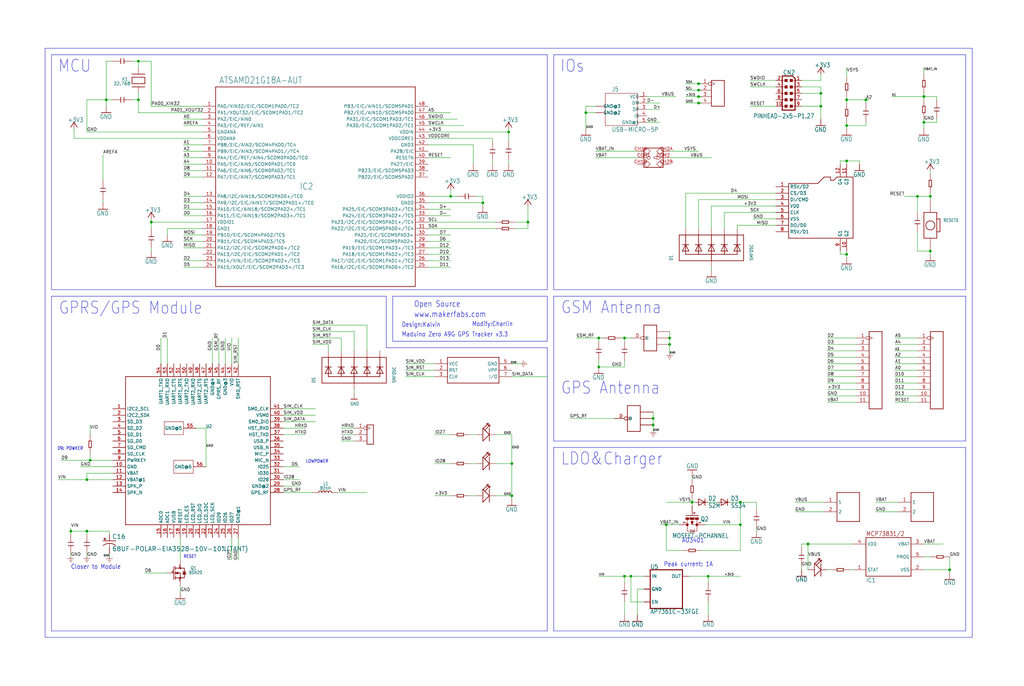
<source format=kicad_sch>
(kicad_sch (version 20230121) (generator eeschema)
  (paper "User" 404.012 270.662)
  (junction (at 34.29 209.55))
  (junction (at 200.66 52.07))
  (junction (at 177.8 77.47))
  (junction (at 374.65 224.79))
  (junction (at 323.85 41.91))
  (junction (at 323.85 36.83))
  (junction (at 264.16 135.89))
  (junction (at 236.22 144.78))
  (junction (at 257.683 167.64))
  (junction (at 246.38 133.35))
  (junction (at 364.49 48.26))
  (junction (at 275.59 33.02))
  (junction (at 292.1 198.12))
  (junction (at 35.56 181.61))
  (junction (at 190.5 80.01))
  (junction (at 246.38 227.33))
  (junction (at 334.01 100.33))
  (junction (at 41.91 39.37))
  (junction (at 201.93 182.88))
  (junction (at 248.92 227.33))
  (junction (at 334.01 49.53))
  (junction (at 275.59 35.56))
  (junction (at 231.14 44.45))
  (junction (at 257.683 165.1))
  (junction (at 201.93 195.58))
  (junction (at 34.29 189.23))
  (junction (at 364.49 38.1))
  (junction (at 275.59 38.1))
  (junction (at 59.69 87.63))
  (junction (at 334.01 63.5))
  (junction (at 318.77 214.63))
  (junction (at 367.03 99.06))
  (junction (at 292.1 207.01))
  (junction (at 54.61 24.13))
  (junction (at 361.95 77.47))
  (junction (at 279.4 227.33))
  (junction (at 236.22 133.35))
  (junction (at 208.28 87.63))
  (junction (at 264.16 133.35))
  (junction (at 54.61 39.37))
  (junction (at 367.03 77.47))
  (junction (at 27.94 209.55))
  (junction (at 273.05 198.12))
  (junction (at 334.01 39.37))
  (junction (at 262.89 207.01))
  (junction (at 275.59 40.64))
  (junction (at 341.63 39.37))
  (wire (pts (xy 80.01 69.85) (xy 72.39 69.85)) (stroke (width 0.1524)))
  (wire (pts (xy 139.7 130.81) (xy 123.19 130.81)) (stroke (width 0.1524)))
  (wire (pts (xy 334.01 39.37) (xy 341.63 39.37)) (stroke (width 0.1524)))
  (wire (pts (xy 29.21 54.61) (xy 29.21 50.8)) (stroke (width 0.1524)))
  (wire (pts (xy 185.42 182.88) (xy 187.96 182.88)) (stroke (width 0.1524)))
  (wire (pts (xy 298.45 200.66) (xy 298.45 198.12)) (stroke (width 0.1524)))
  (wire (pts (xy 334.01 64.77) (xy 334.01 63.5)) (stroke (width 0.1524)))
  (wire (pts (xy 236.22 133.35) (xy 227.33 133.35)) (stroke (width 0.1524)))
  (wire (pts (xy 236.22 144.78) (xy 246.38 144.78)) (stroke (width 0.1524)))
  (polyline (pts (xy 215.9 21.59) (xy 20.32 21.59)) (stroke (width 0.1524) (type solid)))
  (wire (pts (xy 276.86 40.64) (xy 275.59 40.64)) (stroke (width 0.1524)))
  (wire (pts (xy 334.01 50.8) (xy 334.01 49.53)) (stroke (width 0.1524)))
  (wire (pts (xy 139.7 138.43) (xy 139.7 130.81)) (stroke (width 0.1524)))
  (wire (pts (xy 80.01 46.99) (xy 72.39 46.99)) (stroke (width 0.1524)))
  (wire (pts (xy 274.32 198.12) (xy 273.05 198.12)) (stroke (width 0.1524)))
  (wire (pts (xy 139.7 153.67) (xy 139.7 154.94)) (stroke (width 0.1524)))
  (wire (pts (xy 80.01 87.63) (xy 59.69 87.63)) (stroke (width 0.1524)))
  (polyline (pts (xy 218.44 176.53) (xy 381 176.53)) (stroke (width 0.1524) (type solid)))
  (wire (pts (xy 316.23 34.29) (xy 323.85 34.29)) (stroke (width 0.1524)))
  (wire (pts (xy 43.18 219.71) (xy 43.18 218.44)) (stroke (width 0.1524)))
  (wire (pts (xy 80.01 97.79) (xy 72.39 97.79)) (stroke (width 0.1524)))
  (wire (pts (xy 279.4 242.57) (xy 279.4 237.49)) (stroke (width 0.1524)))
  (wire (pts (xy 337.82 133.35) (xy 326.39 133.35)) (stroke (width 0.1524)))
  (wire (pts (xy 364.49 214.63) (xy 372.11 214.63)) (stroke (width 0.1524)))
  (wire (pts (xy 77.47 168.91) (xy 81.28 168.91)) (stroke (width 0.1524)))
  (wire (pts (xy 195.58 171.45) (xy 201.93 171.45)) (stroke (width 0.1524)))
  (wire (pts (xy 242.443 165.1) (xy 224.79 165.1)) (stroke (width 0.1524)))
  (wire (pts (xy 316.23 214.63) (xy 318.77 214.63)) (stroke (width 0.1524)))
  (wire (pts (xy 34.29 52.07) (xy 34.29 39.37)) (stroke (width 0.1524)))
  (wire (pts (xy 367.03 99.06) (xy 367.03 100.33)) (stroke (width 0.1524)))
  (wire (pts (xy 208.28 87.63) (xy 208.28 81.28)) (stroke (width 0.1524)))
  (wire (pts (xy 361.95 83.82) (xy 361.95 77.47)) (stroke (width 0.1524)))
  (wire (pts (xy 257.683 167.64) (xy 257.683 165.1)) (stroke (width 0.1524)))
  (wire (pts (xy 361.95 146.05) (xy 353.06 146.05)) (stroke (width 0.1524)))
  (wire (pts (xy 325.12 198.12) (xy 313.69 198.12)) (stroke (width 0.1524)))
  (wire (pts (xy 334.01 30.48) (xy 334.01 26.67)) (stroke (width 0.1524)))
  (wire (pts (xy 367.03 78.74) (xy 367.03 77.47)) (stroke (width 0.1524)))
  (wire (pts (xy 201.93 195.58) (xy 201.93 196.85)) (stroke (width 0.1524)))
  (wire (pts (xy 295.91 41.91) (xy 306.07 41.91)) (stroke (width 0.1524)))
  (wire (pts (xy 171.45 148.59) (xy 160.02 148.59)) (stroke (width 0.1524)))
  (wire (pts (xy 316.23 215.9) (xy 316.23 214.63)) (stroke (width 0.1524)))
  (polyline (pts (xy 152.4 116.84) (xy 20.32 116.84)) (stroke (width 0.1524) (type solid)))
  (wire (pts (xy 44.45 24.13) (xy 41.91 24.13)) (stroke (width 0.1524)))
  (wire (pts (xy 203.2 90.17) (xy 208.28 90.17)) (stroke (width 0.1524)))
  (wire (pts (xy 335.28 224.79) (xy 336.55 224.79)) (stroke (width 0.1524)))
  (wire (pts (xy 208.28 90.17) (xy 208.28 87.63)) (stroke (width 0.1524)))
  (wire (pts (xy 80.01 92.71) (xy 72.39 92.71)) (stroke (width 0.1524)))
  (wire (pts (xy 195.58 195.58) (xy 201.93 195.58)) (stroke (width 0.1524)))
  (wire (pts (xy 71.12 212.09) (xy 71.12 220.98)) (stroke (width 0.1524)))
  (wire (pts (xy 80.01 52.07) (xy 34.29 52.07)) (stroke (width 0.1524)))
  (polyline (pts (xy 215.9 114.3) (xy 215.9 21.59)) (stroke (width 0.1524) (type solid)))
  (wire (pts (xy 275.59 78.74) (xy 275.59 90.17)) (stroke (width 0.1524)))
  (wire (pts (xy 168.91 80.01) (xy 190.5 80.01)) (stroke (width 0.1524)))
  (wire (pts (xy 81.28 168.91) (xy 81.28 184.15)) (stroke (width 0.1524)))
  (wire (pts (xy 374.65 224.79) (xy 374.65 226.06)) (stroke (width 0.1524)))
  (polyline (pts (xy 20.32 248.92) (xy 215.9 248.92)) (stroke (width 0.1524) (type solid)))
  (wire (pts (xy 80.01 59.69) (xy 72.39 59.69)) (stroke (width 0.1524)))
  (wire (pts (xy 190.5 77.47) (xy 190.5 80.01)) (stroke (width 0.1524)))
  (wire (pts (xy 331.47 99.06) (xy 331.47 100.33)) (stroke (width 0.1524)))
  (wire (pts (xy 248.92 237.49) (xy 248.92 227.33)) (stroke (width 0.1524)))
  (wire (pts (xy 177.8 182.88) (xy 171.45 182.88)) (stroke (width 0.1524)))
  (wire (pts (xy 80.01 95.25) (xy 72.39 95.25)) (stroke (width 0.1524)))
  (wire (pts (xy 361.95 148.59) (xy 353.06 148.59)) (stroke (width 0.1524)))
  (wire (pts (xy 323.85 41.91) (xy 323.85 46.99)) (stroke (width 0.1524)))
  (wire (pts (xy 278.13 207.01) (xy 292.1 207.01)) (stroke (width 0.1524)))
  (wire (pts (xy 168.91 57.15) (xy 186.69 57.15)) (stroke (width 0.1524)))
  (wire (pts (xy 279.4 227.33) (xy 292.1 227.33)) (stroke (width 0.1524)))
  (wire (pts (xy 27.94 210.82) (xy 27.94 209.55)) (stroke (width 0.1524)))
  (wire (pts (xy 134.62 138.43) (xy 134.62 133.35)) (stroke (width 0.1524)))
  (wire (pts (xy 273.05 196.85) (xy 273.05 198.12)) (stroke (width 0.1524)))
  (wire (pts (xy 168.91 52.07) (xy 200.66 52.07)) (stroke (width 0.1524)))
  (wire (pts (xy 129.54 138.43) (xy 129.54 135.89)) (stroke (width 0.1524)))
  (wire (pts (xy 185.42 195.58) (xy 187.96 195.58)) (stroke (width 0.1524)))
  (wire (pts (xy 295.91 34.29) (xy 306.07 34.29)) (stroke (width 0.1524)))
  (polyline (pts (xy 20.32 114.3) (xy 215.9 114.3)) (stroke (width 0.1524) (type solid)))
  (wire (pts (xy 254 237.49) (xy 248.92 237.49)) (stroke (width 0.1524)))
  (wire (pts (xy 279.4 198.12) (xy 283.21 198.12)) (stroke (width 0.1524)))
  (wire (pts (xy 80.01 82.55) (xy 72.39 82.55)) (stroke (width 0.1524)))
  (wire (pts (xy 168.91 77.47) (xy 177.8 77.47)) (stroke (width 0.1524)))
  (wire (pts (xy 171.45 146.05) (xy 160.02 146.05)) (stroke (width 0.1524)))
  (wire (pts (xy 367.03 77.47) (xy 361.95 77.47)) (stroke (width 0.1524)))
  (wire (pts (xy 323.85 41.91) (xy 323.85 36.83)) (stroke (width 0.1524)))
  (wire (pts (xy 236.22 227.33) (xy 246.38 227.33)) (stroke (width 0.1524)))
  (wire (pts (xy 285.75 90.17) (xy 285.75 83.82)) (stroke (width 0.1524)))
  (wire (pts (xy 334.01 38.1) (xy 334.01 39.37)) (stroke (width 0.1524)))
  (wire (pts (xy 111.76 161.29) (xy 124.46 161.29)) (stroke (width 0.1524)))
  (wire (pts (xy 280.67 105.41) (xy 280.67 106.68)) (stroke (width 0.1524)))
  (wire (pts (xy 91.44 212.09) (xy 91.44 220.98)) (stroke (width 0.1524)))
  (polyline (pts (xy 17.78 251.46) (xy 17.78 19.05)) (stroke (width 0.1524) (type solid)))
  (wire (pts (xy 257.683 165.1) (xy 257.683 162.56)) (stroke (width 0.1524)))
  (wire (pts (xy 180.34 77.47) (xy 177.8 77.47)) (stroke (width 0.1524)))
  (wire (pts (xy 71.12 231.14) (xy 71.12 233.68)) (stroke (width 0.1524)))
  (wire (pts (xy 316.23 41.91) (xy 323.85 41.91)) (stroke (width 0.1524)))
  (wire (pts (xy 93.98 143.51) (xy 93.98 133.35)) (stroke (width 0.1524)))
  (wire (pts (xy 306.07 31.75) (xy 295.91 31.75)) (stroke (width 0.1524)))
  (wire (pts (xy 276.86 35.56) (xy 275.59 35.56)) (stroke (width 0.1524)))
  (wire (pts (xy 251.46 62.23) (xy 234.95 62.23)) (stroke (width 0.1524)))
  (wire (pts (xy 66.04 143.51) (xy 66.04 133.35)) (stroke (width 0.1524)))
  (wire (pts (xy 251.46 59.69) (xy 234.95 59.69)) (stroke (width 0.1524)))
  (wire (pts (xy 246.38 229.87) (xy 246.38 227.33)) (stroke (width 0.1524)))
  (wire (pts (xy 168.91 105.41) (xy 177.8 105.41)) (stroke (width 0.1524)))
  (wire (pts (xy 144.78 138.43) (xy 144.78 128.27)) (stroke (width 0.1524)))
  (wire (pts (xy 201.93 148.59) (xy 215.9 148.59)) (stroke (width 0.1524)))
  (wire (pts (xy 168.91 62.23) (xy 177.8 62.23)) (stroke (width 0.1524)))
  (wire (pts (xy 275.59 38.1) (xy 270.51 38.1)) (stroke (width 0.1524)))
  (wire (pts (xy 91.44 143.51) (xy 91.44 133.35)) (stroke (width 0.1524)))
  (wire (pts (xy 364.49 48.26) (xy 364.49 50.8)) (stroke (width 0.1524)))
  (polyline (pts (xy 215.9 248.92) (xy 215.9 137.16)) (stroke (width 0.1524) (type solid)))
  (wire (pts (xy 276.86 33.02) (xy 275.59 33.02)) (stroke (width 0.1524)))
  (wire (pts (xy 337.82 143.51) (xy 326.39 143.51)) (stroke (width 0.1524)))
  (wire (pts (xy 361.95 77.47) (xy 356.87 77.47)) (stroke (width 0.1524)))
  (wire (pts (xy 139.7 173.99) (xy 134.62 173.99)) (stroke (width 0.1524)))
  (wire (pts (xy 80.01 102.87) (xy 72.39 102.87)) (stroke (width 0.1524)))
  (wire (pts (xy 177.8 171.45) (xy 171.45 171.45)) (stroke (width 0.1524)))
  (wire (pts (xy 237.49 133.35) (xy 236.22 133.35)) (stroke (width 0.1524)))
  (wire (pts (xy 341.63 40.64) (xy 341.63 39.37)) (stroke (width 0.1524)))
  (wire (pts (xy 337.82 146.05) (xy 326.39 146.05)) (stroke (width 0.1524)))
  (wire (pts (xy 337.82 156.21) (xy 326.39 156.21)) (stroke (width 0.1524)))
  (wire (pts (xy 41.91 39.37) (xy 41.91 41.91)) (stroke (width 0.1524)))
  (wire (pts (xy 298.45 208.28) (xy 298.45 209.55)) (stroke (width 0.1524)))
  (wire (pts (xy 66.04 90.17) (xy 66.04 92.71)) (stroke (width 0.1524)))
  (wire (pts (xy 361.95 151.13) (xy 353.06 151.13)) (stroke (width 0.1524)))
  (wire (pts (xy 369.57 46.99) (xy 369.57 48.26)) (stroke (width 0.1524)))
  (wire (pts (xy 337.82 140.97) (xy 326.39 140.97)) (stroke (width 0.1524)))
  (wire (pts (xy 54.61 26.67) (xy 54.61 24.13)) (stroke (width 0.1524)))
  (wire (pts (xy 306.07 86.36) (xy 297.18 86.36)) (stroke (width 0.1524)))
  (wire (pts (xy 267.97 207.01) (xy 262.89 207.01)) (stroke (width 0.1524)))
  (wire (pts (xy 264.16 62.23) (xy 280.67 62.23)) (stroke (width 0.1524)))
  (wire (pts (xy 364.49 38.1) (xy 364.49 39.37)) (stroke (width 0.1524)))
  (wire (pts (xy 44.45 181.61) (xy 35.56 181.61)) (stroke (width 0.1524)))
  (polyline (pts (xy 17.78 19.05) (xy 383.54 19.05)) (stroke (width 0.1524) (type solid)))
  (wire (pts (xy 168.91 102.87) (xy 177.8 102.87)) (stroke (width 0.1524)))
  (wire (pts (xy 292.1 207.01) (xy 292.1 198.12)) (stroke (width 0.1524)))
  (wire (pts (xy 111.76 171.45) (xy 120.65 171.45)) (stroke (width 0.1524)))
  (wire (pts (xy 34.29 39.37) (xy 41.91 39.37)) (stroke (width 0.1524)))
  (wire (pts (xy 168.91 44.45) (xy 177.8 44.45)) (stroke (width 0.1524)))
  (wire (pts (xy 83.82 143.51) (xy 83.82 133.35)) (stroke (width 0.1524)))
  (wire (pts (xy 203.2 87.63) (xy 208.28 87.63)) (stroke (width 0.1524)))
  (wire (pts (xy 341.63 49.53) (xy 334.01 49.53)) (stroke (width 0.1524)))
  (wire (pts (xy 374.65 219.71) (xy 374.65 224.79)) (stroke (width 0.1524)))
  (wire (pts (xy 236.22 142.24) (xy 236.22 144.78)) (stroke (width 0.1524)))
  (wire (pts (xy 118.11 184.15) (xy 111.76 184.15)) (stroke (width 0.1524)))
  (wire (pts (xy 361.95 99.06) (xy 367.03 99.06)) (stroke (width 0.1524)))
  (wire (pts (xy 34.29 186.69) (xy 34.29 189.23)) (stroke (width 0.1524)))
  (wire (pts (xy 264.16 59.69) (xy 275.59 59.69)) (stroke (width 0.1524)))
  (wire (pts (xy 80.01 44.45) (xy 54.61 44.45)) (stroke (width 0.1524)))
  (wire (pts (xy 246.38 133.35) (xy 245.11 133.35)) (stroke (width 0.1524)))
  (polyline (pts (xy 152.4 137.16) (xy 215.9 137.16)) (stroke (width 0.1524) (type solid)))
  (wire (pts (xy 168.91 85.09) (xy 177.8 85.09)) (stroke (width 0.1524)))
  (wire (pts (xy 339.09 63.5) (xy 339.09 64.77)) (stroke (width 0.1524)))
  (polyline (pts (xy 154.94 134.62) (xy 215.9 134.62)) (stroke (width 0.1524) (type solid)))
  (wire (pts (xy 195.58 182.88) (xy 201.93 182.88)) (stroke (width 0.1524)))
  (wire (pts (xy 361.95 138.43) (xy 353.06 138.43)) (stroke (width 0.1524)))
  (wire (pts (xy 361.95 140.97) (xy 353.06 140.97)) (stroke (width 0.1524)))
  (wire (pts (xy 86.36 143.51) (xy 86.36 133.35)) (stroke (width 0.1524)))
  (wire (pts (xy 334.01 49.53) (xy 334.01 48.26)) (stroke (width 0.1524)))
  (wire (pts (xy 93.98 212.09) (xy 93.98 220.98)) (stroke (width 0.1524)))
  (wire (pts (xy 168.91 90.17) (xy 195.58 90.17)) (stroke (width 0.1524)))
  (wire (pts (xy 374.65 224.79) (xy 364.49 224.79)) (stroke (width 0.1524)))
  (wire (pts (xy 331.47 63.5) (xy 334.01 63.5)) (stroke (width 0.1524)))
  (polyline (pts (xy 20.32 116.84) (xy 20.32 248.92)) (stroke (width 0.1524) (type solid)))
  (wire (pts (xy 59.69 41.91) (xy 59.69 24.13)) (stroke (width 0.1524)))
  (wire (pts (xy 264.16 135.89) (xy 264.16 133.35)) (stroke (width 0.1524)))
  (wire (pts (xy 80.01 57.15) (xy 72.39 57.15)) (stroke (width 0.1524)))
  (polyline (pts (xy 218.44 21.59) (xy 381 21.59)) (stroke (width 0.1524) (type solid)))
  (wire (pts (xy 276.86 217.17) (xy 292.1 217.17)) (stroke (width 0.1524)))
  (wire (pts (xy 171.45 143.51) (xy 160.02 143.51)) (stroke (width 0.1524)))
  (wire (pts (xy 80.01 64.77) (xy 72.39 64.77)) (stroke (width 0.1524)))
  (wire (pts (xy 129.54 135.89) (xy 123.19 135.89)) (stroke (width 0.1524)))
  (wire (pts (xy 367.03 68.58) (xy 367.03 67.31)) (stroke (width 0.1524)))
  (wire (pts (xy 52.07 39.37) (xy 54.61 39.37)) (stroke (width 0.1524)))
  (wire (pts (xy 246.38 134.62) (xy 246.38 133.35)) (stroke (width 0.1524)))
  (wire (pts (xy 262.89 217.17) (xy 262.89 207.01)) (stroke (width 0.1524)))
  (wire (pts (xy 279.4 229.87) (xy 279.4 227.33)) (stroke (width 0.1524)))
  (wire (pts (xy 323.85 34.29) (xy 323.85 36.83)) (stroke (width 0.1524)))
  (wire (pts (xy 234.95 44.45) (xy 231.14 44.45)) (stroke (width 0.1524)))
  (wire (pts (xy 185.42 171.45) (xy 187.96 171.45)) (stroke (width 0.1524)))
  (wire (pts (xy 334.01 99.06) (xy 334.01 100.33)) (stroke (width 0.1524)))
  (wire (pts (xy 200.66 52.07) (xy 200.66 50.8)) (stroke (width 0.1524)))
  (wire (pts (xy 326.39 224.79) (xy 327.66 224.79)) (stroke (width 0.1524)))
  (wire (pts (xy 269.24 217.17) (xy 262.89 217.17)) (stroke (width 0.1524)))
  (wire (pts (xy 234.95 41.91) (xy 231.14 41.91)) (stroke (width 0.1524)))
  (wire (pts (xy 255.27 43.18) (xy 260.35 43.18)) (stroke (width 0.1524)))
  (wire (pts (xy 248.92 227.33) (xy 254 227.33)) (stroke (width 0.1524)))
  (wire (pts (xy 194.31 54.61) (xy 194.31 55.88)) (stroke (width 0.1524)))
  (wire (pts (xy 280.67 90.17) (xy 280.67 81.28)) (stroke (width 0.1524)))
  (wire (pts (xy 306.07 78.74) (xy 275.59 78.74)) (stroke (width 0.1524)))
  (polyline (pts (xy 152.4 116.84) (xy 152.4 137.16)) (stroke (width 0.1524) (type solid)))
  (wire (pts (xy 195.58 87.63) (xy 168.91 87.63)) (stroke (width 0.1524)))
  (wire (pts (xy 41.91 39.37) (xy 44.45 39.37)) (stroke (width 0.1524)))
  (polyline (pts (xy 383.54 251.46) (xy 17.78 251.46)) (stroke (width 0.1524) (type solid)))
  (wire (pts (xy 194.31 63.5) (xy 194.31 64.77)) (stroke (width 0.1524)))
  (wire (pts (xy 168.91 97.79) (xy 177.8 97.79)) (stroke (width 0.1524)))
  (polyline (pts (xy 218.44 114.3) (xy 381 114.3)) (stroke (width 0.1524) (type solid)))
  (wire (pts (xy 80.01 41.91) (xy 59.69 41.91)) (stroke (width 0.1524)))
  (wire (pts (xy 205.74 143.51) (xy 201.93 143.51)) (stroke (width 0.1524)))
  (wire (pts (xy 35.56 181.61) (xy 35.56 179.07)) (stroke (width 0.1524)))
  (wire (pts (xy 186.69 57.15) (xy 186.69 64.77)) (stroke (width 0.1524)))
  (wire (pts (xy 133.35 194.31) (xy 144.78 194.31)) (stroke (width 0.1524)))
  (wire (pts (xy 111.76 166.37) (xy 124.46 166.37)) (stroke (width 0.1524)))
  (wire (pts (xy 139.7 171.45) (xy 134.62 171.45)) (stroke (width 0.1524)))
  (polyline (pts (xy 215.9 134.62) (xy 215.9 116.84)) (stroke (width 0.1524) (type solid)))
  (wire (pts (xy 168.91 82.55) (xy 177.8 82.55)) (stroke (width 0.1524)))
  (wire (pts (xy 306.07 88.9) (xy 290.83 88.9)) (stroke (width 0.1524)))
  (wire (pts (xy 361.95 135.89) (xy 353.06 135.89)) (stroke (width 0.1524)))
  (polyline (pts (xy 381 248.92) (xy 381 176.53)) (stroke (width 0.1524) (type solid)))
  (wire (pts (xy 111.76 168.91) (xy 120.65 168.91)) (stroke (width 0.1524)))
  (wire (pts (xy 361.95 156.21) (xy 353.06 156.21)) (stroke (width 0.1524)))
  (wire (pts (xy 144.78 128.27) (xy 123.19 128.27)) (stroke (width 0.1524)))
  (polyline (pts (xy 381 173.99) (xy 381 116.84)) (stroke (width 0.1524) (type solid)))
  (wire (pts (xy 168.91 46.99) (xy 180.34 46.99)) (stroke (width 0.1524)))
  (wire (pts (xy 59.69 97.79) (xy 59.69 99.06)) (stroke (width 0.1524)))
  (wire (pts (xy 316.23 31.75) (xy 323.85 31.75)) (stroke (width 0.1524)))
  (wire (pts (xy 271.78 227.33) (xy 279.4 227.33)) (stroke (width 0.1524)))
  (wire (pts (xy 80.01 49.53) (xy 72.39 49.53)) (stroke (width 0.1524)))
  (wire (pts (xy 334.01 63.5) (xy 339.09 63.5)) (stroke (width 0.1524)))
  (wire (pts (xy 276.86 38.1) (xy 275.59 38.1)) (stroke (width 0.1524)))
  (wire (pts (xy 273.05 187.96) (xy 273.05 189.23)) (stroke (width 0.1524)))
  (wire (pts (xy 331.47 100.33) (xy 334.01 100.33)) (stroke (width 0.1524)))
  (wire (pts (xy 190.5 80.01) (xy 190.5 81.28)) (stroke (width 0.1524)))
  (wire (pts (xy 80.01 80.01) (xy 72.39 80.01)) (stroke (width 0.1524)))
  (wire (pts (xy 187.96 77.47) (xy 190.5 77.47)) (stroke (width 0.1524)))
  (wire (pts (xy 364.49 46.99) (xy 364.49 48.26)) (stroke (width 0.1524)))
  (wire (pts (xy 35.56 171.45) (xy 35.56 167.64)) (stroke (width 0.1524)))
  (wire (pts (xy 251.46 232.41) (xy 251.46 242.57)) (stroke (width 0.1524)))
  (wire (pts (xy 41.91 24.13) (xy 41.91 39.37)) (stroke (width 0.1524)))
  (wire (pts (xy 337.82 151.13) (xy 326.39 151.13)) (stroke (width 0.1524)))
  (polyline (pts (xy 218.44 116.84) (xy 381 116.84)) (stroke (width 0.1524) (type solid)))
  (wire (pts (xy 264.16 133.35) (xy 264.16 130.81)) (stroke (width 0.1524)))
  (wire (pts (xy 59.69 87.63) (xy 59.69 86.36)) (stroke (width 0.1524)))
  (wire (pts (xy 111.76 189.23) (xy 118.11 189.23)) (stroke (width 0.1524)))
  (wire (pts (xy 111.76 163.83) (xy 124.46 163.83)) (stroke (width 0.1524)))
  (wire (pts (xy 275.59 33.02) (xy 270.51 33.02)) (stroke (width 0.1524)))
  (wire (pts (xy 361.95 158.75) (xy 353.06 158.75)) (stroke (width 0.1524)))
  (wire (pts (xy 361.95 133.35) (xy 353.06 133.35)) (stroke (width 0.1524)))
  (wire (pts (xy 168.91 95.25) (xy 177.8 95.25)) (stroke (width 0.1524)))
  (polyline (pts (xy 381 21.59) (xy 381 114.3)) (stroke (width 0.1524) (type solid)))
  (wire (pts (xy 43.18 210.82) (xy 43.18 209.55)) (stroke (width 0.1524)))
  (wire (pts (xy 34.29 209.55) (xy 27.94 209.55)) (stroke (width 0.1524)))
  (wire (pts (xy 168.91 54.61) (xy 194.31 54.61)) (stroke (width 0.1524)))
  (wire (pts (xy 285.75 83.82) (xy 306.07 83.82)) (stroke (width 0.1524)))
  (wire (pts (xy 54.61 39.37) (xy 54.61 36.83)) (stroke (width 0.1524)))
  (wire (pts (xy 200.66 52.07) (xy 200.66 55.626)) (stroke (width 0.1524)))
  (wire (pts (xy 364.49 38.1) (xy 351.79 38.1)) (stroke (width 0.1524)))
  (wire (pts (xy 334.01 100.33) (xy 334.01 101.6)) (stroke (width 0.1524)))
  (wire (pts (xy 111.76 191.77) (xy 118.11 191.77)) (stroke (width 0.1524)))
  (wire (pts (xy 270.51 90.17) (xy 270.51 76.2)) (stroke (width 0.1524)))
  (wire (pts (xy 273.05 198.12) (xy 262.89 198.12)) (stroke (width 0.1524)))
  (wire (pts (xy 364.49 36.83) (xy 364.49 38.1)) (stroke (width 0.1524)))
  (wire (pts (xy 43.18 209.55) (xy 34.29 209.55)) (stroke (width 0.1524)))
  (wire (pts (xy 334.01 40.64) (xy 334.01 39.37)) (stroke (width 0.1524)))
  (wire (pts (xy 54.61 24.13) (xy 52.07 24.13)) (stroke (width 0.1524)))
  (wire (pts (xy 44.45 184.15) (xy 31.75 184.15)) (stroke (width 0.1524)))
  (wire (pts (xy 27.94 209.55) (xy 27.94 208.28)) (stroke (width 0.1524)))
  (wire (pts (xy 177.8 77.47) (xy 177.8 74.93)) (stroke (width 0.1524)))
  (wire (pts (xy 248.92 133.35) (xy 246.38 133.35)) (stroke (width 0.1524)))
  (wire (pts (xy 364.49 26.67) (xy 364.49 29.21)) (stroke (width 0.1524)))
  (wire (pts (xy 292.1 198.12) (xy 288.29 198.12)) (stroke (width 0.1524)))
  (wire (pts (xy 337.82 135.89) (xy 326.39 135.89)) (stroke (width 0.1524)))
  (wire (pts (xy 40.64 78.74) (xy 40.64 80.01)) (stroke (width 0.1524)))
  (wire (pts (xy 361.95 91.44) (xy 361.95 99.06)) (stroke (width 0.1524)))
  (wire (pts (xy 54.61 44.45) (xy 54.61 39.37)) (stroke (width 0.1524)))
  (wire (pts (xy 337.82 153.67) (xy 326.39 153.67)) (stroke (width 0.1524)))
  (wire (pts (xy 200.66 63.246) (xy 200.66 64.77)) (stroke (width 0.1524)))
  (wire (pts (xy 111.76 194.31) (xy 123.19 194.31)) (stroke (width 0.1524)))
  (wire (pts (xy 80.01 54.61) (xy 29.21 54.61)) (stroke (width 0.1524)))
  (wire (pts (xy 290.83 90.17) (xy 290.83 88.9)) (stroke (width 0.1524)))
  (wire (pts (xy 280.67 81.28) (xy 306.07 81.28)) (stroke (width 0.1524)))
  (wire (pts (xy 177.8 195.58) (xy 171.45 195.58)) (stroke (width 0.1524)))
  (wire (pts (xy 134.62 133.35) (xy 123.19 133.35)) (stroke (width 0.1524)))
  (wire (pts (xy 331.47 64.77) (xy 331.47 63.5)) (stroke (width 0.1524)))
  (wire (pts (xy 254 232.41) (xy 251.46 232.41)) (stroke (width 0.1524)))
  (polyline (pts (xy 218.44 21.59) (xy 218.44 114.3)) (stroke (width 0.1524) (type solid)))
  (wire (pts (xy 354.33 198.12) (xy 345.44 198.12)) (stroke (width 0.1524)))
  (wire (pts (xy 273.05 199.39) (xy 273.05 198.12)) (stroke (width 0.1524)))
  (wire (pts (xy 337.82 148.59) (xy 326.39 148.59)) (stroke (width 0.1524)))
  (wire (pts (xy 341.63 39.37) (xy 342.9 39.37)) (stroke (width 0.1524)))
  (wire (pts (xy 361.95 143.51) (xy 353.06 143.51)) (stroke (width 0.1524)))
  (wire (pts (xy 35.56 181.61) (xy 24.13 181.61)) (stroke (width 0.1524)))
  (polyline (pts (xy 218.44 173.99) (xy 381 173.99)) (stroke (width 0.1524) (type solid)))
  (wire (pts (xy 361.95 153.67) (xy 353.06 153.67)) (stroke (width 0.1524)))
  (wire (pts (xy 298.45 198.12) (xy 292.1 198.12)) (stroke (width 0.1524)))
  (wire (pts (xy 34.29 210.82) (xy 34.29 209.55)) (stroke (width 0.1524)))
  (wire (pts (xy 255.27 38.1) (xy 266.7 38.1)) (stroke (width 0.1524)))
  (wire (pts (xy 168.91 100.33) (xy 177.8 100.33)) (stroke (width 0.1524)))
  (wire (pts (xy 257.683 170.18) (xy 257.683 167.64)) (stroke (width 0.1524)))
  (wire (pts (xy 34.29 189.23) (xy 22.86 189.23)) (stroke (width 0.1524)))
  (wire (pts (xy 367.03 77.47) (xy 367.03 76.2)) (stroke (width 0.1524)))
  (polyline (pts (xy 218.44 116.84) (xy 218.44 173.99)) (stroke (width 0.1524) (type solid)))
  (wire (pts (xy 275.59 40.64) (xy 270.51 40.64)) (stroke (width 0.1524)))
  (polyline (pts (xy 218.44 176.53) (xy 218.44 248.92)) (stroke (width 0.1524) (type solid)))
  (wire (pts (xy 275.59 35.56) (xy 270.51 35.56)) (stroke (width 0.1524)))
  (wire (pts (xy 80.01 62.23) (xy 72.39 62.23)) (stroke (width 0.1524)))
  (wire (pts (xy 201.93 182.88) (xy 201.93 195.58)) (stroke (width 0.1524)))
  (wire (pts (xy 316.23 223.52) (xy 316.23 224.79)) (stroke (width 0.1524)))
  (wire (pts (xy 88.9 143.51) (xy 88.9 133.35)) (stroke (width 0.1524)))
  (polyline (pts (xy 215.9 116.84) (xy 154.94 116.84)) (stroke (width 0.1524) (type solid)))
  (wire (pts (xy 264.16 139.7) (xy 264.16 135.89)) (stroke (width 0.1524)))
  (wire (pts (xy 246.38 227.33) (xy 248.92 227.33)) (stroke (width 0.1524)))
  (wire (pts (xy 27.94 218.44) (xy 27.94 219.71)) (stroke (width 0.1524)))
  (wire (pts (xy 80.01 67.31) (xy 72.39 67.31)) (stroke (width 0.1524)))
  (wire (pts (xy 292.1 217.17) (xy 292.1 207.01)) (stroke (width 0.1524)))
  (wire (pts (xy 80.01 85.09) (xy 72.39 85.09)) (stroke (width 0.1524)))
  (wire (pts (xy 323.85 36.83) (xy 316.23 36.83)) (stroke (width 0.1524)))
  (wire (pts (xy 337.82 138.43) (xy 326.39 138.43)) (stroke (width 0.1524)))
  (wire (pts (xy 63.5 143.51) (xy 63.5 133.35)) (stroke (width 0.1524)))
  (wire (pts (xy 236.22 134.62) (xy 236.22 133.35)) (stroke (width 0.1524)))
  (wire (pts (xy 323.85 31.75) (xy 323.85 29.21)) (stroke (width 0.1524)))
  (wire (pts (xy 318.77 214.63) (xy 336.55 214.63)) (stroke (width 0.1524)))
  (wire (pts (xy 255.27 40.64) (xy 260.35 40.64)) (stroke (width 0.1524)))
  (wire (pts (xy 354.33 201.93) (xy 345.44 201.93)) (stroke (width 0.1524)))
  (wire (pts (xy 270.51 76.2) (xy 306.07 76.2)) (stroke (width 0.1524)))
  (polyline (pts (xy 154.94 116.84) (xy 154.94 134.62)) (stroke (width 0.1524) (type solid)))
  (wire (pts (xy 80.01 105.41) (xy 72.39 105.41)) (stroke (width 0.1524)))
  (wire (pts (xy 168.91 49.53) (xy 182.88 49.53)) (stroke (width 0.1524)))
  (wire (pts (xy 44.45 189.23) (xy 34.29 189.23)) (stroke (width 0.1524)))
  (polyline (pts (xy 383.54 19.05) (xy 383.54 251.46)) (stroke (width 0.1524) (type solid)))
  (wire (pts (xy 364.49 219.71) (xy 367.03 219.71)) (stroke (width 0.1524)))
  (wire (pts (xy 341.63 48.26) (xy 341.63 49.53)) (stroke (width 0.1524)))
  (wire (pts (xy 337.82 158.75) (xy 326.39 158.75)) (stroke (width 0.1524)))
  (wire (pts (xy 246.38 144.78) (xy 246.38 142.24)) (stroke (width 0.1524)))
  (wire (pts (xy 318.77 224.79) (xy 318.77 214.63)) (stroke (width 0.1524)))
  (wire (pts (xy 34.29 218.44) (xy 34.29 219.71)) (stroke (width 0.1524)))
  (wire (pts (xy 201.93 171.45) (xy 201.93 182.88)) (stroke (width 0.1524)))
  (wire (pts (xy 66.04 226.06) (xy 57.15 226.06)) (stroke (width 0.1524)))
  (wire (pts (xy 59.69 24.13) (xy 54.61 24.13)) (stroke (width 0.1524)))
  (wire (pts (xy 325.12 201.93) (xy 313.69 201.93)) (stroke (width 0.1524)))
  (wire (pts (xy 369.57 48.26) (xy 364.49 48.26)) (stroke (width 0.1524)))
  (wire (pts (xy 168.91 92.71) (xy 177.8 92.71)) (stroke (width 0.1524)))
  (wire (pts (xy 80.01 90.17) (xy 66.04 90.17)) (stroke (width 0.1524)))
  (wire (pts (xy 369.57 38.1) (xy 369.57 39.37)) (stroke (width 0.1524)))
  (wire (pts (xy 260.35 48.26) (xy 255.27 48.26)) (stroke (width 0.1524)))
  (wire (pts (xy 139.7 168.91) (xy 134.62 168.91)) (stroke (width 0.1524)))
  (wire (pts (xy 44.45 186.69) (xy 34.29 186.69)) (stroke (width 0.1524)))
  (wire (pts (xy 40.64 60.96) (xy 40.64 71.12)) (stroke (width 0.1524)))
  (wire (pts (xy 231.14 41.91) (xy 231.14 44.45)) (stroke (width 0.1524)))
  (polyline (pts (xy 381 248.92) (xy 218.44 248.92)) (stroke (width 0.1524) (type solid)))
  (polyline (pts (xy 20.32 21.59) (xy 20.32 114.3)) (stroke (width 0.1524) (type solid)))
  (wire (pts (xy 364.49 38.1) (xy 369.57 38.1)) (stroke (width 0.1524)))
  (wire (pts (xy 246.38 242.57) (xy 246.38 237.49)) (stroke (width 0.1524)))
  (wire (pts (xy 80.01 77.47) (xy 72.39 77.47)) (stroke (width 0.1524)))
  (wire (pts (xy 231.14 44.45) (xy 231.14 50.8)) (stroke (width 0.1524)))
  (wire (pts (xy 262.89 207.01) (xy 260.35 207.01)) (stroke (width 0.1524)))
  (wire (pts (xy 59.69 90.17) (xy 59.69 87.63)) (stroke (width 0.1524)))
  (text "Closer to Module" (at 27.94 224.79 0) (effects (font (size 1.778 1.5113)) (justify left bottom)))
  (text "GPRS/GPS Module" (at 23.124 124.397 0) (effects (font (size 4.7752 4.0589)) (justify left bottom)))
  (text "LDO&Charger" (at 221.234 183.896 0) (effects (font (size 4.7752 4.0589)) (justify left bottom)))
  (text "IOs" (at 220.98 28.956 0) (effects (font (size 4.7752 4.0589)) (justify left bottom)))
  (text "Open Source" (at 163.322 121.412 0) (effects (font (size 2.2352 1.8999)) (justify left bottom)))
  (text "Peak current: 1A" (at 261.874 223.774 0) (effects (font (size 1.778 1.5113)) (justify left bottom)))
  (text "D9: POWKER" (at 22.606 177.8 0) (effects (font (size 1.27 1.0795)) (justify left bottom)))
  (text "www.makerfabs.com" (at 163.322 125.476 0) (effects (font (size 2.2352 1.8999)) (justify left bottom)))
  (text "AO3401" (at 268.986 214.376 0) (effects (font (size 1.778 1.5113)) (justify left bottom)))
  (text "GSM Antenna" (at 221.234 124.206 0) (effects (font (size 4.7752 4.0589)) (justify left bottom)))
  (text "GPS Antenna" (at 221.234 155.956 0) (effects (font (size 4.7752 4.0589)) (justify left bottom)))
  (text "Design:Kalvin" (at 158.496 129.286 0) (effects (font (size 1.778 1.5113)) (justify left bottom)))
  (text "RESET" (at 72.39 220.472 0) (effects (font (size 1.27 1.0795)) (justify left bottom)))
  (text "LOWPOWER" (at 120.65 182.88 0) (effects (font (size 1.27 1.0795)) (justify left bottom)))
  (text "Maduino Zero A9G GPS Tracker v3.3" (at 158.496 133.096 0) (effects (font (size 1.778 1.5113)) (justify left bottom)))
  (text "Modify:Charlin" (at 186.182 129.032 0) (effects (font (size 1.778 1.5113)) (justify left bottom)))
  (text "MCU" (at 22.86 28.956 0) (effects (font (size 4.7752 4.0589)) (justify left bottom)))
  (label "GND" (at 374.65 219.71 0) (effects (font (size 1.2446 1.2446))))
  (label "VBUS" (at 318.77 219.71 0) (effects (font (size 1.2446 1.2446))))
  (label "D1" (at 66.04 133.35 90) (effects (font (size 1.2446 1.2446))))
  (label "IO28" (at 171.45 182.88 0) (effects (font (size 1.209 1.209))))
  (label "A4" (at 353.06 135.89 0) (effects (font (size 1.209 1.209))))
  (label "GND" (at 198.755 171.45 0) (effects (font (size 0.889 0.889))))
  (label "D12" (at 353.06 153.67 0) (effects (font (size 1.209 1.209))))
  (label "SDA" (at 270.51 33.02 0) (effects (font (size 0.889 0.889))))
  (label "MOSI" (at 72.39 92.71 0) (effects (font (size 1.2446 1.2446))))
  (label "A1" (at 351.79 38.1 0) (effects (font (size 0.889 0.889))))
  (label "D9" (at 72.39 69.85 0) (effects (font (size 1.2446 1.2446))))
  (label "VBUS" (at 260.985 38.1 0) (effects (font (size 1.2446 1.2446))))
  (label "SDA" (at 168.91 90.17 0) (effects (font (size 1.2446 1.2446))))
  (label "VIN" (at 285.115 207.01 0) (effects (font (size 1.2446 1.2446))))
  (label "D0" (at 72.39 85.09 0) (effects (font (size 1.2446 1.2446))))
  (label "GND" (at 231.14 50.8 0) (effects (font (size 0.889 0.889))))
  (label "+3V3" (at 285.75 227.33 0) (effects (font (size 0.889 0.889))))
  (label "A2" (at 72.39 59.69 0) (effects (font (size 1.2446 1.2446))))
  (label "GND" (at 313.69 201.93 0) (effects (font (size 1.209 1.209))))
  (label "RESET" (at 356.87 77.47 180) (effects (font (size 1.2446 1.2446))))
  (label "GND" (at 93.98 220.98 90) (effects (font (size 1.209 1.209))))
  (label "GND" (at 298.45 209.55 0) (effects (font (size 1.2446 1.2446))))
  (label "IO27" (at 91.44 220.98 90) (effects (font (size 1.209 1.209))))
  (label "VBUS" (at 272.415 62.23 0) (effects (font (size 1.209 1.209))))
  (label "VIN" (at 133.35 194.31 0) (effects (font (size 1.2446 1.2446))))
  (label "D2" (at 326.39 133.35 0) (effects (font (size 1.2446 1.2446))))
  (label "VBAT_IN" (at 234.95 59.69 0) (effects (font (size 1.2446 1.2446))))
  (label "D3" (at 72.39 80.01 0) (effects (font (size 1.2446 1.2446))))
  (label "VSYS" (at 269.875 59.69 0) (effects (font (size 1.2446 1.2446))))
  (label "D-" (at 255.27 40.64 0) (effects (font (size 1.209 1.209))))
  (label "GND" (at 270.51 40.64 0) (effects (font (size 0.889 0.889))))
  (label "GSM_RF" (at 227.33 133.35 0) (effects (font (size 1.209 1.209))))
  (label "D5" (at 326.39 140.97 0) (effects (font (size 1.2446 1.2446))))
  (label "D10" (at 173.355 100.33 0) (effects (font (size 1.2446 1.2446))))
  (label "D0" (at 63.5 138.43 90) (effects (font (size 1.2446 1.2446))))
  (label "SIM_DATA" (at 201.93 148.59 0) (effects (font (size 1.209 1.209))))
  (label "D12" (at 173.355 97.79 0) (effects (font (size 1.2446 1.2446))))
  (label "MOSI" (at 290.83 78.74 0) (effects (font (size 1.209 1.209))))
  (label "GND" (at 43.18 219.71 180) (effects (font (size 0.7112 0.7112))))
  (label "GND" (at 134.62 173.99 0) (effects (font (size 1.209 1.209))))
  (label "D11" (at 173.355 105.41 0) (effects (font (size 1.2446 1.2446))))
  (label "IO28" (at 111.76 189.23 0) (effects (font (size 1.2446 1.2446))))
  (label "GND" (at 34.29 52.07 0) (effects (font (size 1.2446 1.2446))))
  (label "D4" (at 288.29 76.2 0) (effects (font (size 1.209 1.209))))
  (label "VIO" (at 35.56 169.545 0) (effects (font (size 1.2446 1.2446))))
  (label "GND" (at 114.935 191.77 0) (effects (font (size 1.2446 1.2446))))
  (label "+3V3" (at 171.45 195.58 0) (effects (font (size 1.209 1.209))))
  (label "PA00_XIN32" (at 59.69 41.91 0) (effects (font (size 1.2446 1.2446))))
  (label "D6" (at 173.355 95.25 0) (effects (font (size 1.2446 1.2446))))
  (label "GND" (at 241.3 144.78 0) (effects (font (size 1.2446 1.2446))))
  (label "GND" (at 203.835 143.51 180) (effects (font (size 0.7112 0.7112))))
  (label "+3V3" (at 270.51 38.1 0) (effects (font (size 0.889 0.889))))
  (label "D4" (at 72.39 77.47 0) (effects (font (size 1.2446 1.2446))))
  (label "GND" (at 81.28 176.53 0) (effects (font (size 0.889 0.889))))
  (label "VBAT" (at 234.95 62.23 0) (effects (font (size 1.2446 1.2446))))
  (label "VIO" (at 91.44 138.43 90) (effects (font (size 1.2446 1.2446))))
  (label "D10" (at 353.06 148.59 0) (effects (font (size 1.209 1.209))))
  (label "D5" (at 72.39 105.41 0) (effects (font (size 1.2446 1.2446))))
  (label "GND" (at 273.05 189.23 0) (effects (font (size 1.2446 1.2446))))
  (label "SCL" (at 168.91 87.63 0) (effects (font (size 1.2446 1.2446))))
  (label "VSYS" (at 334.01 28.575 0) (effects (font (size 1.2446 1.2446))))
  (label "GND" (at 255.27 48.26 0) (effects (font (size 1.209 1.209))))
  (label "HRXD" (at 116.205 168.91 0) (effects (font (size 1.209 1.209))))
  (label "VDDCORE" (at 168.91 54.61 0) (effects (font (size 1.2446 1.2446))))
  (label "GPS_RF" (at 111.76 194.31 0) (effects (font (size 1.2446 1.2446))))
  (label "D8" (at 72.39 67.31 0) (effects (font (size 1.2446 1.2446))))
  (label "VBUS" (at 313.69 198.12 0) (effects (font (size 1.209 1.209))))
  (label "D4" (at 326.39 138.43 0) (effects (font (size 1.2446 1.2446))))
  (label "AREFA" (at 72.39 49.53 0) (effects (font (size 1.2446 1.2446))))
  (label "GSM_RF" (at 86.36 138.43 90) (effects (font (size 1.2446 1.2446))))
  (label "+3V3" (at 293.37 81.28 0) (effects (font (size 1.209 1.209))))
  (label "D+" (at 257.81 43.18 0) (effects (font (size 1.209 1.209))))
  (label "GND" (at 88.9 138.43 90) (effects (font (size 1.2446 1.2446))))
  (label "D6" (at 57.15 226.06 0) (effects (font (size 1.2446 1.2446))))
  (label "GND" (at 297.18 86.36 0) (effects (font (size 1.209 1.209))))
  (label "GND" (at 264.16 139.7 0) (effects (font (size 0.7112 0.7112))))
  (label "GND" (at 257.683 170.18 0) (effects (font (size 0.7112 0.7112))))
  (label "D1" (at 72.39 82.55 0) (effects (font (size 1.2446 1.2446))))
  (label "GND" (at 31.75 184.15 0) (effects (font (size 1.2446 1.2446))))
  (label "GND" (at 34.29 219.71 0) (effects (font (size 1.2446 1.2446))))
  (label "SIM_VDD" (at 111.76 163.83 0) (effects (font (size 1.2446 1.2446))))
  (label "A0" (at 353.06 146.05 0) (effects (font (size 1.209 1.209))))
  (label "VBAT_IN" (at 364.49 27.94 0) (effects (font (size 0.889 0.889))))
  (label "GND" (at 27.94 219.71 0) (effects (font (size 1.2446 1.2446))))
  (label "A2" (at 341.63 39.37 0) (effects (font (size 1.2446 1.2446))))
  (label "MISO" (at 72.39 97.79 0) (effects (font (size 1.2446 1.2446))))
  (label "D11" (at 353.06 151.13 0) (effects (font (size 1.209 1.209))))
  (label "AREFA" (at 40.64 60.96 0) (effects (font (size 1.2446 1.2446))))
  (label "PA01_XOUT32" (at 67.31 44.45 0) (effects (font (size 1.2446 1.2446))))
  (label "MISO" (at 298.45 88.9 0) (effects (font (size 1.209 1.209))))
  (label "D8" (at 326.39 148.59 0) (effects (font (size 1.2446 1.2446))))
  (label "A0" (at 72.39 46.99 0) (effects (font (size 1.2446 1.2446))))
  (label "D9" (at 24.13 181.61 0) (effects (font (size 1.2446 1.2446))))
  (label "SIM_RST" (at 93.98 143.51 90) (effects (font (size 1.2446 1.2446))))
  (label "RESET" (at 295.91 41.91 0) (effects (font (size 1.2446 1.2446))))
  (label "SIM_CLK" (at 160.02 148.59 0) (effects (font (size 1.209 1.209))))
  (label "SIM_DATA" (at 123.19 128.27 0) (effects (font (size 1.209 1.209))))
  (label "SCK" (at 295.91 83.82 0) (effects (font (size 1.209 1.209))))
  (label "A4" (at 72.39 64.77 0) (effects (font (size 1.2446 1.2446))))
  (label "GND" (at 198.755 195.58 0) (effects (font (size 0.889 0.889))))
  (label "A3" (at 72.39 62.23 0) (effects (font (size 1.2446 1.2446))))
  (label "IO27" (at 171.45 171.45 0) (effects (font (size 1.209 1.209))))
  (label "A5" (at 168.91 44.45 0) (effects (font (size 1.2446 1.2446))))
  (label "SWDIO" (at 295.91 31.75 0) (effects (font (size 1.2446 1.2446))))
  (label "+3V3" (at 168.91 52.07 0) (effects (font (size 1.2446 1.2446))))
  (label "D5" (at 114.935 184.15 0) (effects (font (size 1.2446 1.2446))))
  (label "SIM_RST" (at 160.02 146.05 0) (effects (font (size 1.209 1.209))))
  (label "VBAT" (at 326.39 158.75 0) (effects (font (size 1.2446 1.2446))))
  (label "D+" (at 173.355 82.55 0) (effects (font (size 1.2446 1.2446))))
  (label "A1" (at 353.06 143.51 0) (effects (font (size 1.209 1.209))))
  (label "SIM_CLK" (at 123.19 130.81 0) (effects (font (size 1.209 1.209))))
  (label "D7" (at 173.355 92.71 0) (effects (font (size 1.2446 1.2446))))
  (label "HTXD" (at 134.62 171.45 0) (effects (font (size 1.209 1.209))))
  (label "VSYS" (at 267.97 198.12 0) (effects (font (size 1.2446 1.2446))))
  (label "A1" (at 72.39 57.15 0) (effects (font (size 1.2446 1.2446))))
  (label "D13" (at 353.06 156.21 0) (effects (font (size 1.209 1.209))))
  (label "GPS_RF" (at 224.79 165.1 0) (effects (font (size 1.209 1.209))))
  (label "+3V3" (at 326.39 153.67 0) (effects (font (size 1.2446 1.2446))))
  (label "GND" (at 326.39 156.21 0) (effects (font (size 1.2446 1.2446))))
  (label "SIM_VDD" (at 160.02 143.51 0) (effects (font (size 1.209 1.209))))
  (label "D-" (at 173.355 85.09 0) (effects (font (size 1.2446 1.2446))))
  (label "SWCLK" (at 168.91 49.53 0) (effects (font (size 1.2446 1.2446))))
  (label "RESET" (at 353.06 158.75 0) (effects (font (size 1.209 1.209))))
  (label "VBAT_IN" (at 260.35 207.01 0) (effects (font (size 1.2446 1.2446))))
  (label "D13" (at 173.355 102.87 0) (effects (font (size 1.2446 1.2446))))
  (label "RESET" (at 168.91 62.23 0) (effects (font (size 1.2446 1.2446))))
  (label "HRXD" (at 134.62 168.91 0) (effects (font (size 1.209 1.209))))
  (label "VBAT" (at 345.44 198.12 0) (effects (font (size 1.2446 1.2446))))
  (label "A3" (at 353.06 138.43 0) (effects (font (size 0.889 0.889))))
  (label "VIN" (at 27.94 208.28 0) (effects (font (size 1.2446 1.2446))))
  (label "SIM_CLK" (at 111.76 161.29 0) (effects (font (size 1.2446 1.2446))))
  (label "SIM_RST" (at 123.19 133.35 0) (effects (font (size 1.209 1.209))))
  (label "GND" (at 345.44 201.93 0) (effects (font (size 1.2446 1.2446))))
  (label "D2" (at 72.39 102.87 0) (effects (font (size 1.2446 1.2446))))
  (label "SCK" (at 72.39 95.25 0) (effects (font (size 1.2446 1.2446))))
  (label "SIM_DATA" (at 111.76 166.37 0) (effects (font (size 1.2446 1.2446))))
  (label "D9" (at 326.39 151.13 0) (effects (font (size 1.2446 1.2446))))
  (label "SIM_VDD" (at 123.19 135.89 0) (effects (font (size 1.209 1.209))))
  (label "A5" (at 353.06 133.35 0) (effects (font (size 1.209 1.209))))
  (label "GND" (at 83.82 138.43 90) (effects (font (size 1.2446 1.2446))))
  (label "GND" (at 364.49 47.625 0) (effects (font (size 1.2446 1.2446))))
  (label "VBAT" (at 364.49 214.63 0) (effects (font (size 1.2446 1.2446))))
  (label "GND" (at 201.93 177.165 0) (effects (font (size 0.889 0.889))))
  (label "SWDIO" (at 168.91 46.99 0) (effects (font (size 1.2446 1.2446))))
  (label "VIN" (at 236.22 227.33 0) (effects (font (size 0.889 0.889))))
  (label "GND" (at 71.12 233.68 0) (effects (font (size 1.2446 1.2446))))
  (label "D3" (at 326.39 135.89 0) (effects (font (size 1.2446 1.2446))))
  (label "SWCLK" (at 295.91 34.29 0) (effects (font (size 1.2446 1.2446))))
  (label "D6" (at 326.39 143.51 0) (effects (font (size 1.2446 1.2446))))
  (label "VIN" (at 22.86 189.23 0) (effects (font (size 1.2446 1.2446))))
  (label "SCL" (at 270.51 35.56 0) (effects (font (size 0.889 0.889))))
  (label "GND" (at 316.23 223.52 0) (effects (font (size 1.2446 1.2446))))
  (label "HTXD" (at 116.205 171.45 0) (effects (font (size 1.209 1.209))))
  (label "D7" (at 326.39 146.05 0) (effects (font (size 1.2446 1.2446))))
  (label "A2" (at 353.06 140.97 0) (effects (font (size 1.209 1.209))))
  (symbol (lib_id "Maduino Zero A9G GPS Tracker v3.3-eagle-import:MOSFET-N'SOT23'") (at 71.12 226.06 0) (unit 1)
    (property "Reference" "Q1" (at 75.184 224.79 0) (effects (font (size 1.27 1.0795)) (justify left bottom)))
    (property "Value" "BSN20" (at 74.422 226.568 0) (effects (font (size 1.27 1.0795)) (justify left bottom)))
    (property "Footprint" "Maduino Zero A9G GPS Tracker v3.3:SOT23@1" (effects hide))
  )
  (symbol (lib_id "Maduino Zero A9G GPS Tracker v3.3-eagle-import:R-0603") (at 181.61 182.88 0) (unit 1)
    (property "Reference" "R4" (effects hide))
    (property "Value" "330R" (effects hide))
    (property "Footprint" "Maduino Zero A9G GPS Tracker v3.3:R0603" (effects hide))
  )
  (symbol (lib_id "Maduino Zero A9G GPS Tracker v3.3-eagle-import:MOSFET-PCHANNEL") (at 273.05 207.01 90) (mirror x) (unit 1)
    (property "Reference" "Q2" (at 276.352 205.74 90) (effects (font (size 1.778 1.5113)) (justify right bottom)))
    (property "Value" "MOSFET-PCHANNEL" (at 265.176 212.344 90) (effects (font (size 1.778 1.5113)) (justify right bottom)))
    (property "Footprint" "Maduino Zero A9G GPS Tracker v3.3:SOT23-3" (effects hide))
  )
  (symbol (lib_id "Maduino Zero A9G GPS Tracker v3.3-eagle-import:SparkFun-PowerSymbols_GND") (at 374.65 228.6 0) (unit 1)
    (property "Reference" "#GND10" (effects hide))
    (property "Value" "GND" (at 374.65 228.854 0) (effects (font (size 1.778 1.5113)) (justify top)))
  )
  (symbol (lib_id "Maduino Zero A9G GPS Tracker v3.3-eagle-import:+3V3") (at 29.21 48.26 0) (unit 1)
    (property "Reference" "#+3V8" (effects hide))
    (property "Value" "+3V3" (at 26.67 48.26 0) (effects (font (size 1.778 1.5113)) (justify left bottom)))
  )
  (symbol (lib_id "Maduino Zero A9G GPS Tracker v3.3-eagle-import:PowerTags_GND") (at 59.69 101.6 0) (unit 1)
    (property "Reference" "#GND3" (effects hide))
    (property "Value" "GND" (at 57.15 104.14 0) (effects (font (size 1.778 1.5113)) (justify left bottom)))
  )
  (symbol (lib_id "Maduino Zero A9G GPS Tracker v3.3-eagle-import:ANTENNA-U-FL") (at 256.54 133.35 0) (unit 1)
    (property "Reference" "GSM0" (effects hide))
    (property "Value" "ANTENNA-U-FL" (effects hide))
    (property "Footprint" "Maduino Zero A9G GPS Tracker v3.3:4P-U-FL" (effects hide))
  )
  (symbol (lib_id "Maduino Zero A9G GPS Tracker v3.3-eagle-import:PowerTags_GND") (at 186.69 67.31 0) (unit 1)
    (property "Reference" "#GND36" (effects hide))
    (property "Value" "GND" (at 184.15 69.85 0) (effects (font (size 1.778 1.5113)) (justify left bottom)))
  )
  (symbol (lib_id "Maduino Zero A9G GPS Tracker v3.3-eagle-import:BOTTON-2P-90D") (at 367.03 88.9 270) (unit 1)
    (property "Reference" "RESET0" (at 372.11 87.63 90) (effects (font (size 1.27 1.0795)) (justify left bottom)))
    (property "Value" "BOTTON-2P-90D" (effects hide))
    (property "Footprint" "Maduino Zero A9G GPS Tracker v3.3:2P-7.62X3.56-90D" (effects hide))
  )
  (symbol (lib_id "Maduino Zero A9G GPS Tracker v3.3-eagle-import:C-0603") (at 48.26 39.37 180) (unit 1)
    (property "Reference" "C3" (effects hide))
    (property "Value" "22pF" (effects hide))
    (property "Footprint" "Maduino Zero A9G GPS Tracker v3.3:C0603" (effects hide))
  )
  (symbol (lib_id "Maduino Zero A9G GPS Tracker v3.3-eagle-import:R-0603") (at 364.49 33.02 90) (unit 1)
    (property "Reference" "R5" (effects hide))
    (property "Value" "1M/1%" (effects hide))
    (property "Footprint" "Maduino Zero A9G GPS Tracker v3.3:R0603" (effects hide))
  )
  (symbol (lib_id "Maduino Zero A9G GPS Tracker v3.3-eagle-import:XTAL-3.2X1.5") (at 54.61 31.75 90) (unit 1)
    (property "Reference" "X1" (at 50.546 30.48 90) (effects (justify left bottom)))
    (property "Value" "32.768" (at 51.562 32.258 90) (effects (justify left bottom)))
    (property "Footprint" "Maduino Zero A9G GPS Tracker v3.3:XTAL3215" (effects hide))
  )
  (symbol (lib_id "Maduino Zero A9G GPS Tracker v3.3-eagle-import:GND_POWER") (at 34.29 219.71 0) (unit 1)
    (property "Reference" "#U$37" (effects hide))
    (property "Value" "GND_POWER" (effects hide))
  )
  (symbol (lib_id "Maduino Zero A9G GPS Tracker v3.3-eagle-import:GND_POWER") (at 27.94 219.71 0) (unit 1)
    (property "Reference" "#U$36" (effects hide))
    (property "Value" "GND_POWER" (effects hide))
  )
  (symbol (lib_id "Maduino Zero A9G GPS Tracker v3.3-eagle-import:R-0603") (at 199.39 87.63 0) (unit 1)
    (property "Reference" "R9" (effects hide))
    (property "Value" "4.7K" (effects hide))
    (property "Footprint" "Maduino Zero A9G GPS Tracker v3.3:R0603" (effects hide))
  )
  (symbol (lib_id "Maduino Zero A9G GPS Tracker v3.3-eagle-import:GND_POWER") (at 43.18 219.71 0) (unit 1)
    (property "Reference" "#U$38" (effects hide))
    (property "Value" "GND_POWER" (effects hide))
  )
  (symbol (lib_id "Maduino Zero A9G GPS Tracker v3.3-eagle-import:R-0603") (at 241.3 133.35 0) (unit 1)
    (property "Reference" "R6" (effects hide))
    (property "Value" "0R" (effects hide))
    (property "Footprint" "Maduino Zero A9G GPS Tracker v3.3:R0603" (effects hide))
  )
  (symbol (lib_id "Maduino Zero A9G GPS Tracker v3.3-eagle-import:MCP73831/OT") (at 349.25 219.71 0) (unit 1)
    (property "Reference" "IC1" (at 341.63 229.87 0) (effects (font (size 1.778 1.5113)) (justify left bottom)))
    (property "Value" "MCP73831/OT" (effects hide))
    (property "Footprint" "Maduino Zero A9G GPS Tracker v3.3:SOT23-5L" (effects hide))
  )
  (symbol (lib_id "Maduino Zero A9G GPS Tracker v3.3-eagle-import:GND_POWER") (at 205.74 143.51 90) (unit 1)
    (property "Reference" "#U$6" (effects hide))
    (property "Value" "GND_POWER" (effects hide))
  )
  (symbol (lib_id "Maduino Zero A9G GPS Tracker v3.3-eagle-import:C-0603") (at 200.66 59.436 270) (unit 1)
    (property "Reference" "C6" (effects hide))
    (property "Value" "100nF" (effects hide))
    (property "Footprint" "Maduino Zero A9G GPS Tracker v3.3:C0603" (effects hide))
  )
  (symbol (lib_id "Maduino Zero A9G GPS Tracker v3.3-eagle-import:PH2.0-2P-90-DIP") (at 368.3 205.74 0) (unit 1)
    (property "Reference" "J6" (effects hide))
    (property "Value" "PH2.0-2P-90-DIP" (effects hide))
    (property "Footprint" "Maduino Zero A9G GPS Tracker v3.3:PH2.0-2P-90-DIP" (effects hide))
  )
  (symbol (lib_id "Maduino Zero A9G GPS Tracker v3.3-eagle-import:GND") (at 231.14 53.34 0) (unit 1)
    (property "Reference" "#GND1" (effects hide))
    (property "Value" "GND" (at 228.6 55.88 0) (effects (font (size 1.778 1.5113)) (justify left bottom)))
  )
  (symbol (lib_id "Maduino Zero A9G GPS Tracker v3.3-eagle-import:C-0603") (at 246.38 233.68 90) (unit 1)
    (property "Reference" "C10" (effects hide))
    (property "Value" "4.7uF" (effects hide))
    (property "Footprint" "Maduino Zero A9G GPS Tracker v3.3:C0603" (effects hide))
  )
  (symbol (lib_id "Maduino Zero A9G GPS Tracker v3.3-eagle-import:C-0603") (at 361.95 87.63 90) (unit 1)
    (property "Reference" "C19" (effects hide))
    (property "Value" "0.1uF" (effects hide))
    (property "Footprint" "Maduino Zero A9G GPS Tracker v3.3:C0603" (effects hide))
  )
  (symbol (lib_id "Maduino Zero A9G GPS Tracker v3.3-eagle-import:R-0603") (at 334.01 34.29 90) (unit 1)
    (property "Reference" "R10" (effects hide))
    (property "Value" "1M" (effects hide))
    (property "Footprint" "Maduino Zero A9G GPS Tracker v3.3:R0603" (effects hide))
  )
  (symbol (lib_id "Maduino Zero A9G GPS Tracker v3.3-eagle-import:AP7361C-33FGE") (at 264.16 232.41 0) (unit 1)
    (property "Reference" "U5" (at 256.54 224.536 0) (effects (font (size 1.778 1.5113)) (justify left bottom)))
    (property "Value" "AP7361C-33FGE" (at 256.54 240.284 0) (effects (font (size 1.778 1.5113)) (justify left top)))
    (property "Footprint" "Maduino Zero A9G GPS Tracker v3.3:8-UDFN" (effects hide))
  )
  (symbol (lib_id "Maduino Zero A9G GPS Tracker v3.3-eagle-import:GND") (at 367.03 102.87 0) (unit 1)
    (property "Reference" "#GND12" (effects hide))
    (property "Value" "GND" (at 364.49 105.41 0) (effects (font (size 1.778 1.5113)) (justify left bottom)))
  )
  (symbol (lib_id "Maduino Zero A9G GPS Tracker v3.3-eagle-import:HEADER-3P-2.54") (at 146.05 171.45 0) (unit 1)
    (property "Reference" "J4" (effects hide))
    (property "Value" "HEADER-3P-2.54" (effects hide))
    (property "Footprint" "Maduino Zero A9G GPS Tracker v3.3:3P-2.54" (effects hide))
  )
  (symbol (lib_id "Maduino Zero A9G GPS Tracker v3.3-eagle-import:ANTENNA-U-FL") (at 250.063 165.1 0) (unit 1)
    (property "Reference" "GPS0" (effects hide))
    (property "Value" "ANTENNA-U-FL" (effects hide))
    (property "Footprint" "Maduino Zero A9G GPS Tracker v3.3:4P-U-FL" (effects hide))
  )
  (symbol (lib_id "Maduino Zero A9G GPS Tracker v3.3-eagle-import:007-LED0603") (at 322.58 224.79 0) (unit 1)
    (property "Reference" "CHG0" (effects hide))
    (property "Value" "ORANGE" (effects hide))
    (property "Footprint" "Maduino Zero A9G GPS Tracker v3.3:D0603" (effects hide))
  )
  (symbol (lib_id "Maduino Zero A9G GPS Tracker v3.3-eagle-import:GND") (at 71.12 236.22 0) (unit 1)
    (property "Reference" "#GND7" (effects hide))
    (property "Value" "GND" (at 68.58 238.76 0) (effects (font (size 1.778 1.5113)) (justify left bottom)))
  )
  (symbol (lib_id "Maduino Zero A9G GPS Tracker v3.3-eagle-import:R-0603") (at 331.47 224.79 0) (unit 1)
    (property "Reference" "R12" (effects hide))
    (property "Value" "1k" (effects hide))
    (property "Footprint" "Maduino Zero A9G GPS Tracker v3.3:R0603" (effects hide))
  )
  (symbol (lib_id "Maduino Zero A9G GPS Tracker v3.3-eagle-import:A9G") (at 78.74 177.8 0) (unit 1)
    (property "Reference" "U2" (at 81.28 168.91 0) (effects (font (size 1.27 1.0795)) (justify left bottom)))
    (property "Value" "A9G" (effects hide))
    (property "Footprint" "Maduino Zero A9G GPS Tracker v3.3:A9G" (effects hide))
  )
  (symbol (lib_id "Maduino Zero A9G GPS Tracker v3.3-eagle-import:C-0603") (at 316.23 219.71 90) (unit 1)
    (property "Reference" "C9" (effects hide))
    (property "Value" "10u" (effects hide))
    (property "Footprint" "Maduino Zero A9G GPS Tracker v3.3:C0603" (effects hide))
  )
  (symbol (lib_id "Maduino Zero A9G GPS Tracker v3.3-eagle-import:DIODE-DO-214AC") (at 285.75 198.12 0) (unit 1)
    (property "Reference" "D3" (at 288.29 197.6374 0) (effects (font (size 1.778 1.5113)) (justify left bottom)))
    (property "Value" "SS34" (at 288.29 200.4314 0) (effects (font (size 1.778 1.5113)) (justify left bottom)))
    (property "Footprint" "Maduino Zero A9G GPS Tracker v3.3:DO-214AC" (effects hide))
  )
  (symbol (lib_id "Maduino Zero A9G GPS Tracker v3.3-eagle-import:C-0603") (at 341.63 44.45 270) (unit 1)
    (property "Reference" "C18" (effects hide))
    (property "Value" "0.1uF" (effects hide))
    (property "Footprint" "Maduino Zero A9G GPS Tracker v3.3:C0603" (effects hide))
  )
  (symbol (lib_id "Maduino Zero A9G GPS Tracker v3.3-eagle-import:LED'0603'") (at 191.77 182.88 0) (unit 1)
    (property "Reference" "STA0" (effects hide))
    (property "Value" "green" (effects hide))
    (property "Footprint" "Maduino Zero A9G GPS Tracker v3.3:LED-0603" (effects hide))
  )
  (symbol (lib_id "Maduino Zero A9G GPS Tracker v3.3-eagle-import:C-0603") (at 298.45 204.47 90) (unit 1)
    (property "Reference" "C17" (effects hide))
    (property "Value" "10uF" (effects hide))
    (property "Footprint" "Maduino Zero A9G GPS Tracker v3.3:C0603" (effects hide))
  )
  (symbol (lib_id "Maduino Zero A9G GPS Tracker v3.3-eagle-import:USB-MICRO-5P") (at 245.11 43.18 0) (unit 1)
    (property "Reference" "J5" (at 241.3 36.195 0) (effects (font (size 1.778 1.5113)) (justify left bottom)))
    (property "Value" "USB-MICRO-5P" (at 241.3 52.07 0) (effects (font (size 1.778 1.5113)) (justify left bottom)))
    (property "Footprint" "Maduino Zero A9G GPS Tracker v3.3:MICRO-USB-5P" (effects hide))
  )
  (symbol (lib_id "Maduino Zero A9G GPS Tracker v3.3-eagle-import:PowerTags_GND") (at 41.91 44.45 0) (unit 1)
    (property "Reference" "#GND43" (effects hide))
    (property "Value" "GND" (at 39.37 46.99 0) (effects (font (size 1.778 1.5113)) (justify left bottom)))
  )
  (symbol (lib_id "Maduino Zero A9G GPS Tracker v3.3-eagle-import:C-0603") (at 369.57 43.18 270) (unit 1)
    (property "Reference" "C4" (effects hide))
    (property "Value" "0.1uF" (effects hide))
    (property "Footprint" "Maduino Zero A9G GPS Tracker v3.3:C0603" (effects hide))
  )
  (symbol (lib_id "Maduino Zero A9G GPS Tracker v3.3-eagle-import:GND") (at 201.93 199.39 0) (unit 1)
    (property "Reference" "#GND5" (effects hide))
    (property "Value" "GND" (at 199.39 201.93 0) (effects (font (size 1.778 1.5113)) (justify left bottom)))
  )
  (symbol (lib_id "Maduino Zero A9G GPS Tracker v3.3-eagle-import:GND") (at 280.67 109.22 0) (unit 1)
    (property "Reference" "#GND14" (effects hide))
    (property "Value" "GND" (at 278.13 111.76 0) (effects (font (size 1.778 1.5113)) (justify left bottom)))
  )
  (symbol (lib_id "Maduino Zero A9G GPS Tracker v3.3-eagle-import:SparkFun-PowerSymbols_GND") (at 279.4 245.11 0) (unit 1)
    (property "Reference" "#GND18" (effects hide))
    (property "Value" "GND" (at 279.4 245.364 0) (effects (font (size 1.778 1.5113)) (justify top)))
  )
  (symbol (lib_id "Maduino Zero A9G GPS Tracker v3.3-eagle-import:GND_POWER") (at 264.16 139.7 0) (unit 1)
    (property "Reference" "#U$3" (effects hide))
    (property "Value" "GND_POWER" (effects hide))
  )
  (symbol (lib_id "Maduino Zero A9G GPS Tracker v3.3-eagle-import:PowerTags_GND") (at 334.01 53.34 0) (unit 1)
    (property "Reference" "#GND2" (effects hide))
    (property "Value" "GND" (at 331.47 55.88 0) (effects (font (size 1.778 1.5113)) (justify left bottom)))
  )
  (symbol (lib_id "Maduino Zero A9G GPS Tracker v3.3-eagle-import:R-0603") (at 370.84 219.71 0) (unit 1)
    (property "Reference" "R13" (effects hide))
    (property "Value" "2k" (effects hide))
    (property "Footprint" "Maduino Zero A9G GPS Tracker v3.3:R0603" (effects hide))
  )
  (symbol (lib_id "Maduino Zero A9G GPS Tracker v3.3-eagle-import:PowerTags_GND") (at 190.5 83.82 0) (unit 1)
    (property "Reference" "#GND34" (effects hide))
    (property "Value" "GND" (at 187.96 86.36 0) (effects (font (size 1.778 1.5113)) (justify left bottom)))
  )
  (symbol (lib_id "Maduino Zero A9G GPS Tracker v3.3-eagle-import:R-0603") (at 35.56 175.26 90) (unit 1)
    (property "Reference" "R14" (effects hide))
    (property "Value" "10k" (effects hide))
    (property "Footprint" "Maduino Zero A9G GPS Tracker v3.3:R0603" (effects hide))
  )
  (symbol (lib_id "Maduino Zero A9G GPS Tracker v3.3-eagle-import:SparkFun-PowerSymbols_GND") (at 251.46 245.11 0) (unit 1)
    (property "Reference" "#GND17" (effects hide))
    (property "Value" "GND" (at 251.46 245.364 0) (effects (font (size 1.778 1.5113)) (justify top)))
  )
  (symbol (lib_id "Maduino Zero A9G GPS Tracker v3.3-eagle-import:C-0603") (at 59.69 93.98 90) (unit 1)
    (property "Reference" "C2" (effects hide))
    (property "Value" "100nF" (effects hide))
    (property "Footprint" "Maduino Zero A9G GPS Tracker v3.3:C0603" (effects hide))
  )
  (symbol (lib_id "Maduino Zero A9G GPS Tracker v3.3-eagle-import:GND") (at 298.45 212.09 0) (unit 1)
    (property "Reference" "#GND19" (effects hide))
    (property "Value" "GND" (at 295.91 214.63 0) (effects (font (size 1.778 1.5113)) (justify left bottom)))
  )
  (symbol (lib_id "Maduino Zero A9G GPS Tracker v3.3-eagle-import:TVSARRAY_5LANE") (at 280.67 100.33 90) (unit 1)
    (property "Reference" "D1" (at 265.43 102.87 0) (effects (font (size 1.27 1.0795)) (justify left bottom)))
    (property "Value" "SMF05C" (at 297.18 102.87 0) (effects (font (size 1.27 1.0795)) (justify left bottom)))
    (property "Footprint" "Maduino Zero A9G GPS Tracker v3.3:SOT363" (effects hide))
  )
  (symbol (lib_id "Maduino Zero A9G GPS Tracker v3.3-eagle-import:L'0603'") (at 128.27 194.31 0) (unit 1)
    (property "Reference" "L1" (at 127.508 191.516 0) (effects (font (size 1.27 1.0795)) (justify left bottom)))
    (property "Value" "82nH" (at 126.238 193.294 0) (effects (font (size 1.27 1.0795)) (justify left bottom)))
    (property "Footprint" "Maduino Zero A9G GPS Tracker v3.3:L0603" (effects hide))
  )
  (symbol (lib_id "Maduino Zero A9G GPS Tracker v3.3-eagle-import:HEADER-4P-60/35MILROUND") (at 283.21 36.83 0) (unit 1)
    (property "Reference" "J3" (effects hide))
    (property "Value" "HEADER-4P-60/35MILROUND" (effects hide))
    (property "Footprint" "Maduino Zero A9G GPS Tracker v3.3:4P-65_35ROUND" (effects hide))
  )
  (symbol (lib_id "Maduino Zero A9G GPS Tracker v3.3-eagle-import:R-0603") (at 181.61 171.45 0) (unit 1)
    (property "Reference" "R3" (effects hide))
    (property "Value" "330R" (effects hide))
    (property "Footprint" "Maduino Zero A9G GPS Tracker v3.3:R0603" (effects hide))
  )
  (symbol (lib_id "Maduino Zero A9G GPS Tracker v3.3-eagle-import:TVSARRAY_5LANE") (at 139.7 148.59 90) (unit 1)
    (property "Reference" "D5" (at 124.46 151.13 0) (effects (font (size 1.27 1.0795)) (justify left bottom)))
    (property "Value" "SMF05C" (at 156.21 151.13 0) (effects (font (size 1.27 1.0795)) (justify left bottom)))
    (property "Footprint" "Maduino Zero A9G GPS Tracker v3.3:SOT363" (effects hide))
  )
  (symbol (lib_id "Maduino Zero A9G GPS Tracker v3.3-eagle-import:C-0603") (at 34.29 214.63 90) (unit 1)
    (property "Reference" "C12" (effects hide))
    (property "Value" "1uF" (effects hide))
    (property "Footprint" "Maduino Zero A9G GPS Tracker v3.3:C0603" (effects hide))
  )
  (symbol (lib_id "Maduino Zero A9G GPS Tracker v3.3-eagle-import:+3V3") (at 177.8 72.39 0) (unit 1)
    (property "Reference" "#+3V6" (effects hide))
    (property "Value" "+3V3" (at 175.26 72.39 0) (effects (font (size 1.778 1.5113)) (justify left bottom)))
  )
  (symbol (lib_id "Maduino Zero A9G GPS Tracker v3.3-eagle-import:PowerTags_GND") (at 200.66 67.31 0) (unit 1)
    (property "Reference" "#GND40" (effects hide))
    (property "Value" "GND" (at 198.12 69.85 0) (effects (font (size 1.778 1.5113)) (justify left bottom)))
  )
  (symbol (lib_id "Maduino Zero A9G GPS Tracker v3.3-eagle-import:C-0603") (at 48.26 24.13 180) (unit 1)
    (property "Reference" "C5" (effects hide))
    (property "Value" "22pF" (effects hide))
    (property "Footprint" "Maduino Zero A9G GPS Tracker v3.3:C0603" (effects hide))
  )
  (symbol (lib_id "Maduino Zero A9G GPS Tracker v3.3-eagle-import:R-0603") (at 273.05 193.04 270) (mirror x) (unit 1)
    (property "Reference" "R15" (effects hide))
    (property "Value" "100k" (effects hide))
    (property "Footprint" "Maduino Zero A9G GPS Tracker v3.3:R0603" (effects hide))
  )
  (symbol (lib_id "Maduino Zero A9G GPS Tracker v3.3-eagle-import:+3V3") (at 323.85 26.67 0) (unit 1)
    (property "Reference" "#+3V3" (effects hide))
    (property "Value" "+3V3" (at 321.31 26.67 0) (effects (font (size 1.778 1.5113)) (justify left bottom)))
  )
  (symbol (lib_id "Maduino Zero A9G GPS Tracker v3.3-eagle-import:DIODE-DO-214AC") (at 276.86 198.12 0) (unit 1)
    (property "Reference" "D2" (at 279.4 197.6374 0) (effects (font (size 1.778 1.5113)) (justify left bottom)))
    (property "Value" "S2M" (at 279.4 200.4314 0) (effects (font (size 1.778 1.5113)) (justify left bottom)))
    (property "Footprint" "Maduino Zero A9G GPS Tracker v3.3:DO-214AC" (effects hide))
  )
  (symbol (lib_id "Maduino Zero A9G GPS Tracker v3.3-eagle-import:GND") (at 334.01 104.14 0) (unit 1)
    (property "Reference" "#GND11" (effects hide))
    (property "Value" "GND" (at 331.47 106.68 0) (effects (font (size 1.778 1.5113)) (justify left bottom)))
  )
  (symbol (lib_id "Maduino Zero A9G GPS Tracker v3.3-eagle-import:GND_POWER") (at 257.683 170.18 0) (unit 1)
    (property "Reference" "#U$12" (effects hide))
    (property "Value" "GND_POWER" (effects hide))
  )
  (symbol (lib_id "Maduino Zero A9G GPS Tracker v3.3-eagle-import:GND") (at 236.22 147.32 0) (unit 1)
    (property "Reference" "#GND4" (effects hide))
    (property "Value" "GND" (at 233.68 149.86 0) (effects (font (size 1.778 1.5113)) (justify left bottom)))
  )
  (symbol (lib_id "Maduino Zero A9G GPS Tracker v3.3-eagle-import:+3V3") (at 59.69 83.82 0) (unit 1)
    (property "Reference" "#+3V4" (effects hide))
    (property "Value" "+3V3" (at 57.15 83.82 0) (effects (font (size 1.778 1.5113)) (justify left bottom)))
  )
  (symbol (lib_id "Maduino Zero A9G GPS Tracker v3.3-eagle-import:LED'0603'") (at 191.77 171.45 0) (unit 1)
    (property "Reference" "NET0" (effects hide))
    (property "Value" "Blue" (effects hide))
    (property "Footprint" "Maduino Zero A9G GPS Tracker v3.3:LED-0603" (effects hide))
  )
  (symbol (lib_id "Maduino Zero A9G GPS Tracker v3.3-eagle-import:PowerTags_GND") (at 194.31 67.31 0) (unit 1)
    (property "Reference" "#GND38" (effects hide))
    (property "Value" "GND" (at 191.77 69.85 0) (effects (font (size 1.778 1.5113)) (justify left bottom)))
  )
  (symbol (lib_id "Maduino Zero A9G GPS Tracker v3.3-eagle-import:SparkFun-PowerSymbols_GND") (at 246.38 245.11 0) (unit 1)
    (property "Reference" "#GND16" (effects hide))
    (property "Value" "GND" (at 246.38 245.364 0) (effects (font (size 1.778 1.5113)) (justify top)))
  )
  (symbol (lib_id "Maduino Zero A9G GPS Tracker v3.3-eagle-import:SWITCH-2CH-6P") (at 257.81 62.23 0) (unit 1)
    (property "Reference" "SW1" (effects hide))
    (property "Value" "SWITCH-2CH-6P" (effects hide))
    (property "Footprint" "Maduino Zero A9G GPS Tracker v3.3:6P-2CH-2.54-7.6X3.0" (effects hide))
  )
  (symbol (lib_id "Maduino Zero A9G GPS Tracker v3.3-eagle-import:C-0402") (at 236.22 138.43 90) (unit 1)
    (property "Reference" "C14" (effects hide))
    (property "Value" "NC" (effects hide))
    (property "Footprint" "Maduino Zero A9G GPS Tracker v3.3:C0402" (effects hide))
  )
  (symbol (lib_id "Maduino Zero A9G GPS Tracker v3.3-eagle-import:0171_PH127-205DF055G00AROUND-PADS") (at 311.15 36.83 0) (mirror y) (unit 1)
    (property "Reference" "CN2" (at 313.69 29.591 0) (effects (font (size 1.778 1.5113)) (justify left bottom)))
    (property "Value" "PINHEAD-2x5-P1.27" (at 321.31 46.736 0) (effects (font (size 1.778 1.5113)) (justify left bottom)))
    (property "Footprint" "Maduino Zero A9G GPS Tracker v3.3:PINHEAD_2X05_127" (effects hide))
  )
  (symbol (lib_id "Maduino Zero A9G GPS Tracker v3.3-eagle-import:GND") (at 339.09 67.31 0) (unit 1)
    (property "Reference" "#GND13" (effects hide))
    (property "Value" "GND" (at 336.55 69.85 0) (effects (font (size 1.778 1.5113)) (justify left bottom)))
  )
  (symbol (lib_id "Maduino Zero A9G GPS Tracker v3.3-eagle-import:C-0603") (at 27.94 214.63 90) (unit 1)
    (property "Reference" "C8" (effects hide))
    (property "Value" "10uF" (effects hide))
    (property "Footprint" "Maduino Zero A9G GPS Tracker v3.3:C0603" (effects hide))
  )
  (symbol (lib_id "Maduino Zero A9G GPS Tracker v3.3-eagle-import:R-0603") (at 367.03 72.39 90) (unit 1)
    (property "Reference" "R1" (effects hide))
    (property "Value" "10k" (effects hide))
    (property "Footprint" "Maduino Zero A9G GPS Tracker v3.3:R0603" (effects hide))
  )
  (symbol (lib_id "Maduino Zero A9G GPS Tracker v3.3-eagle-import:PH2.0-2P-90-DIP") (at 339.09 205.74 0) (unit 1)
    (property "Reference" "J1" (effects hide))
    (property "Value" "PH2.0-2P-90-DIP" (effects hide))
    (property "Footprint" "Maduino Zero A9G GPS Tracker v3.3:PH2.0-2P-90-DIP" (effects hide))
  )
  (symbol (lib_id "Maduino Zero A9G GPS Tracker v3.3-eagle-import:+3V3") (at 208.28 78.74 0) (unit 1)
    (property "Reference" "#+3V2" (effects hide))
    (property "Value" "+3V3" (at 205.74 78.74 0) (effects (font (size 1.778 1.5113)) (justify left bottom)))
  )
  (symbol (lib_id "Maduino Zero A9G GPS Tracker v3.3-eagle-import:68UF-POLAR-EIA3528-10V-10%(TANT)") (at 43.18 213.36 0) (unit 1)
    (property "Reference" "C16" (at 44.196 212.725 0) (effects (font (size 1.778 1.778)) (justify left bottom)))
    (property "Value" "68UF-POLAR-EIA3528-10V-10%(TANT)" (at 44.196 217.551 0) (effects (font (size 1.778 1.778)) (justify left bottom)))
    (property "Footprint" "Maduino Zero A9G GPS Tracker v3.3:EIA3528" (effects hide))
  )
  (symbol (lib_id "Maduino Zero A9G GPS Tracker v3.3-eagle-import:C-0402") (at 246.38 138.43 90) (unit 1)
    (property "Reference" "C13" (effects hide))
    (property "Value" "NC" (effects hide))
    (property "Footprint" "Maduino Zero A9G GPS Tracker v3.3:C0402" (effects hide))
  )
  (symbol (lib_id "Maduino Zero A9G GPS Tracker v3.3-eagle-import:C-0603") (at 279.4 233.68 90) (unit 1)
    (property "Reference" "C11" (effects hide))
    (property "Value" "4.7uF" (effects hide))
    (property "Footprint" "Maduino Zero A9G GPS Tracker v3.3:C0603" (effects hide))
  )
  (symbol (lib_id "Maduino Zero A9G GPS Tracker v3.3-eagle-import:R-0603") (at 199.39 90.17 0) (unit 1)
    (property "Reference" "R11" (effects hide))
    (property "Value" "4.7K" (effects hide))
    (property "Footprint" "Maduino Zero A9G GPS Tracker v3.3:R0603" (effects hide))
  )
  (symbol (lib_id "Maduino Zero A9G GPS Tracker v3.3-eagle-import:MICROSIM") (at 176.53 151.13 0) (unit 1)
    (property "Reference" "U4" (effects hide))
    (property "Value" "MICROSIM" (effects hide))
    (property "Footprint" "Maduino Zero A9G GPS Tracker v3.3:MICROSIM" (effects hide))
  )
  (symbol (lib_id "Maduino Zero A9G GPS Tracker v3.3-eagle-import:C-0603") (at 40.64 74.93 270) (unit 1)
    (property "Reference" "C1" (effects hide))
    (property "Value" "1uF" (effects hide))
    (property "Footprint" "Maduino Zero A9G GPS Tracker v3.3:C0603" (effects hide))
  )
  (symbol (lib_id "Maduino Zero A9G GPS Tracker v3.3-eagle-import:ATSAMD21G18A-AUT") (at 123.19 74.93 0) (unit 1)
    (property "Reference" "IC2" (at 118.11 74.93 0) (effects (font (size 2.54 2.159)) (justify left bottom)))
    (property "Value" "ATSAMD21G18A-AUT" (at 86.36 33.02 0) (effects (font (size 2.54 2.159)) (justify left bottom)))
    (property "Footprint" "Maduino Zero A9G GPS Tracker v3.3:TQFP48-7X7" (effects hide))
  )
  (symbol (lib_id "Maduino Zero A9G GPS Tracker v3.3-eagle-import:+3V3") (at 367.03 64.77 0) (unit 1)
    (property "Reference" "#+3V1" (effects hide))
    (property "Value" "+3V3" (at 364.49 64.77 0) (effects (font (size 1.778 1.5113)) (justify left bottom)))
  )
  (symbol (lib_id "Maduino Zero A9G GPS Tracker v3.3-eagle-import:PowerTags_GND") (at 66.04 95.25 0) (unit 1)
    (property "Reference" "#GND33" (effects hide))
    (property "Value" "GND" (at 63.5 97.79 0) (effects (font (size 1.778 1.5113)) (justify left bottom)))
  )
  (symbol (lib_id "Maduino Zero A9G GPS Tracker v3.3-eagle-import:R-0603") (at 181.61 195.58 0) (unit 1)
    (property "Reference" "R7" (effects hide))
    (property "Value" "1K" (effects hide))
    (property "Footprint" "Maduino Zero A9G GPS Tracker v3.3:R0603" (effects hide))
  )
  (symbol (lib_id "Maduino Zero A9G GPS Tracker v3.3-eagle-import:HEADER-11P-2.54") (at 345.44 146.05 0) (unit 1)
    (property "Reference" "J2" (effects hide))
    (property "Value" "HEADER-11P-2.54" (effects hide))
    (property "Footprint" "Maduino Zero A9G GPS Tracker v3.3:11P-2.54" (effects hide))
  )
  (symbol (lib_id "Maduino Zero A9G GPS Tracker v3.3-eagle-import:HOLDER-MICROSD-8P") (at 323.85 82.55 0) (unit 1)
    (property "Reference" "J7" (effects hide))
    (property "Value" "HOLDER-MICROSD-8P" (effects hide))
    (property "Footprint" "Maduino Zero A9G GPS Tracker v3.3:8P-SMD" (effects hide))
  )
  (symbol (lib_id "Maduino Zero A9G GPS Tracker v3.3-eagle-import:PowerTags_GND") (at 364.49 53.34 0) (unit 1)
    (property "Reference" "#GND8" (effects hide))
    (property "Value" "GND" (at 361.95 55.88 0) (effects (font (size 1.778 1.5113)) (justify left bottom)))
  )
  (symbol (lib_id "Maduino Zero A9G GPS Tracker v3.3-eagle-import:C-0603") (at 194.31 59.69 270) (unit 1)
    (property "Reference" "C7" (effects hide))
    (property "Value" "1uF" (effects hide))
    (property "Footprint" "Maduino Zero A9G GPS Tracker v3.3:C0603" (effects hide))
  )
  (symbol (lib_id "Maduino Zero A9G GPS Tracker v3.3-eagle-import:HEADER-11P-2.54") (at 369.57 146.05 0) (unit 1)
    (property "Reference" "J8" (effects hide))
    (property "Value" "HEADER-11P-2.54" (effects hide))
    (property "Footprint" "Maduino Zero A9G GPS Tracker v3.3:11P-2.54" (effects hide))
  )
  (symbol (lib_id "Maduino Zero A9G GPS Tracker v3.3-eagle-import:LED'0603'") (at 191.77 195.58 0) (unit 1)
    (property "Reference" "PWR0" (effects hide))
    (property "Value" "RED" (effects hide))
    (property "Footprint" "Maduino Zero A9G GPS Tracker v3.3:LED-0603" (effects hide))
  )
  (symbol (lib_id "Maduino Zero A9G GPS Tracker v3.3-eagle-import:R-0603") (at 273.05 217.17 0) (unit 1)
    (property "Reference" "R17" (effects hide))
    (property "Value" "NC" (effects hide))
    (property "Footprint" "Maduino Zero A9G GPS Tracker v3.3:R0603" (effects hide))
  )
  (symbol (lib_id "Maduino Zero A9G GPS Tracker v3.3-eagle-import:microbuilder_GND") (at 139.7 157.48 0) (unit 1)
    (property "Reference" "#U$27" (effects hide))
    (property "Value" "GND" (at 138.176 160.02 0) (effects (font (size 1.27 1.0795)) (justify left bottom)))
  )
  (symbol (lib_id "Maduino Zero A9G GPS Tracker v3.3-eagle-import:R-0603") (at 364.49 43.18 90) (unit 1)
    (property "Reference" "R8" (effects hide))
    (property "Value" "1M/1%" (effects hide))
    (property "Footprint" "Maduino Zero A9G GPS Tracker v3.3:R0603" (effects hide))
  )
  (symbol (lib_id "Maduino Zero A9G GPS Tracker v3.3-eagle-import:GND") (at 273.05 185.42 180) (unit 1)
    (property "Reference" "#GND20" (effects hide))
    (property "Value" "GND" (at 275.59 182.88 0) (effects (font (size 1.778 1.5113)) (justify left bottom)))
  )
  (symbol (lib_id "Maduino Zero A9G GPS Tracker v3.3-eagle-import:C-0603") (at 184.15 77.47 0) (unit 1)
    (property "Reference" "C15" (effects hide))
    (property "Value" "100nF" (effects hide))
    (property "Footprint" "Maduino Zero A9G GPS Tracker v3.3:C0603" (effects hide))
  )
  (symbol (lib_id "Maduino Zero A9G GPS Tracker v3.3-eagle-import:+3V3") (at 200.66 48.26 0) (unit 1)
    (property "Reference" "#+3V7" (effects hide))
    (property "Value" "+3V3" (at 198.12 48.26 0) (effects (font (size 1.778 1.5113)) (justify left bottom)))
  )
  (symbol (lib_id "Maduino Zero A9G GPS Tracker v3.3-eagle-import:GND") (at 323.85 49.53 0) (unit 1)
    (property "Reference" "#GND25" (effects hide))
    (property "Value" "GND" (at 321.31 52.07 0) (effects (font (size 1.778 1.5113)) (justify left bottom)))
  )
  (symbol (lib_id "Maduino Zero A9G GPS Tracker v3.3-eagle-import:PowerTags_GND") (at 40.64 82.55 0) (unit 1)
    (property "Reference" "#GND6" (effects hide))
    (property "Value" "GND" (at 38.1 85.09 0) (effects (font (size 1.778 1.5113)) (justify left bottom)))
  )
  (symbol (lib_id "Maduino Zero A9G GPS Tracker v3.3-eagle-import:SparkFun-PowerSymbols_GND") (at 316.23 227.33 0) (unit 1)
    (property "Reference" "#GND9" (effects hide))
    (property "Value" "GND" (at 316.23 227.584 0) (effects (font (size 1.778 1.5113)) (justify top)))
  )
  (symbol (lib_id "Maduino Zero A9G GPS Tracker v3.3-eagle-import:R-0603") (at 334.01 44.45 90) (unit 1)
    (property "Reference" "R2" (effects hide))
    (property "Value" "1M" (effects hide))
    (property "Footprint" "Maduino Zero A9G GPS Tracker v3.3:R0603" (effects hide))
  )
)
</source>
